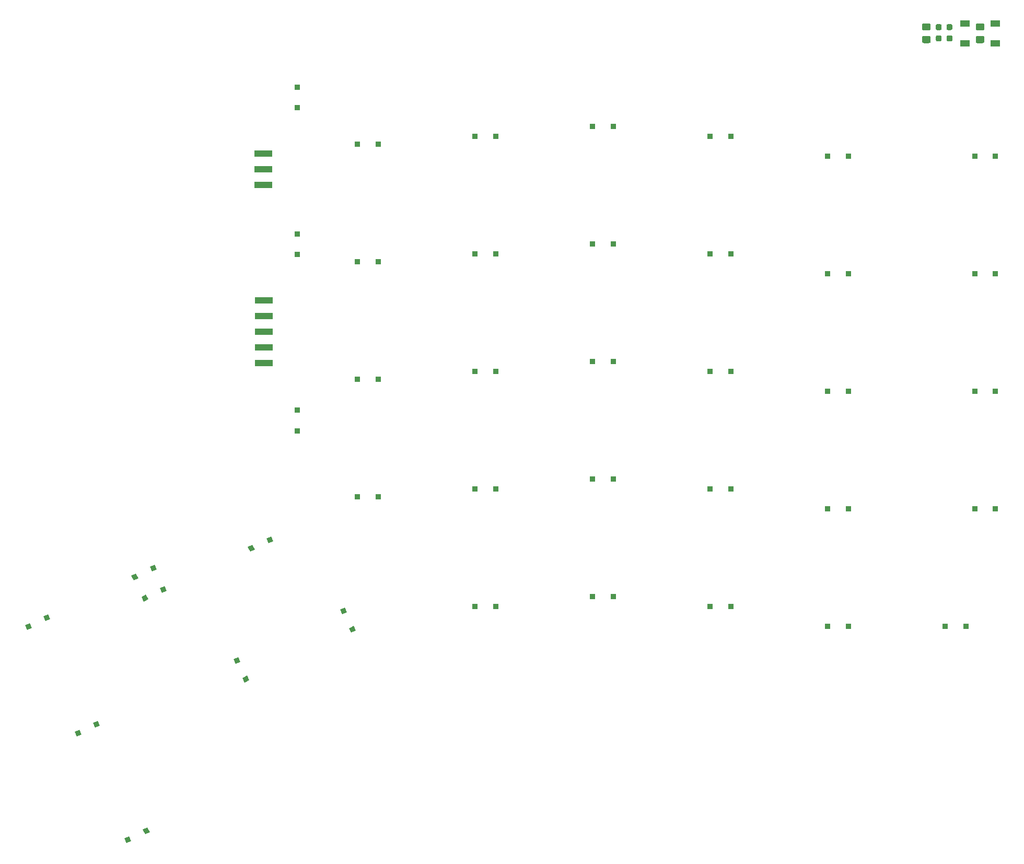
<source format=gbr>
%TF.GenerationSoftware,KiCad,Pcbnew,5.1.9*%
%TF.CreationDate,2021-04-18T19:33:57+02:00*%
%TF.ProjectId,protoMxCog,70726f74-6f4d-4784-936f-672e6b696361,rev?*%
%TF.SameCoordinates,Original*%
%TF.FileFunction,Paste,Bot*%
%TF.FilePolarity,Positive*%
%FSLAX46Y46*%
G04 Gerber Fmt 4.6, Leading zero omitted, Abs format (unit mm)*
G04 Created by KiCad (PCBNEW 5.1.9) date 2021-04-18 19:33:57*
%MOMM*%
%LPD*%
G01*
G04 APERTURE LIST*
%ADD10R,3.000000X1.000000*%
%ADD11R,1.500000X1.000000*%
%ADD12C,0.150000*%
%ADD13R,0.838200X0.838200*%
G04 APERTURE END LIST*
D10*
%TO.C,J2*%
X74611000Y-108190000D03*
X74611000Y-105650000D03*
X74611000Y-103110000D03*
X74611000Y-100570000D03*
X74611000Y-98030000D03*
%TD*%
%TO.C,J1*%
X74470000Y-74250000D03*
X74470000Y-76790000D03*
X74470000Y-79330000D03*
%TD*%
%TO.C,R4*%
G36*
G01*
X185462500Y-55062500D02*
X185937500Y-55062500D01*
G75*
G02*
X186175000Y-55300000I0J-237500D01*
G01*
X186175000Y-55800000D01*
G75*
G02*
X185937500Y-56037500I-237500J0D01*
G01*
X185462500Y-56037500D01*
G75*
G02*
X185225000Y-55800000I0J237500D01*
G01*
X185225000Y-55300000D01*
G75*
G02*
X185462500Y-55062500I237500J0D01*
G01*
G37*
G36*
G01*
X185462500Y-53237500D02*
X185937500Y-53237500D01*
G75*
G02*
X186175000Y-53475000I0J-237500D01*
G01*
X186175000Y-53975000D01*
G75*
G02*
X185937500Y-54212500I-237500J0D01*
G01*
X185462500Y-54212500D01*
G75*
G02*
X185225000Y-53975000I0J237500D01*
G01*
X185225000Y-53475000D01*
G75*
G02*
X185462500Y-53237500I237500J0D01*
G01*
G37*
%TD*%
%TO.C,R3*%
G36*
G01*
X183712500Y-55075000D02*
X184187500Y-55075000D01*
G75*
G02*
X184425000Y-55312500I0J-237500D01*
G01*
X184425000Y-55812500D01*
G75*
G02*
X184187500Y-56050000I-237500J0D01*
G01*
X183712500Y-56050000D01*
G75*
G02*
X183475000Y-55812500I0J237500D01*
G01*
X183475000Y-55312500D01*
G75*
G02*
X183712500Y-55075000I237500J0D01*
G01*
G37*
G36*
G01*
X183712500Y-53250000D02*
X184187500Y-53250000D01*
G75*
G02*
X184425000Y-53487500I0J-237500D01*
G01*
X184425000Y-53987500D01*
G75*
G02*
X184187500Y-54225000I-237500J0D01*
G01*
X183712500Y-54225000D01*
G75*
G02*
X183475000Y-53987500I0J237500D01*
G01*
X183475000Y-53487500D01*
G75*
G02*
X183712500Y-53250000I237500J0D01*
G01*
G37*
%TD*%
%TO.C,D6*%
G36*
G01*
X190199999Y-55175000D02*
X191100001Y-55175000D01*
G75*
G02*
X191350000Y-55424999I0J-249999D01*
G01*
X191350000Y-56075001D01*
G75*
G02*
X191100001Y-56325000I-249999J0D01*
G01*
X190199999Y-56325000D01*
G75*
G02*
X189950000Y-56075001I0J249999D01*
G01*
X189950000Y-55424999D01*
G75*
G02*
X190199999Y-55175000I249999J0D01*
G01*
G37*
G36*
G01*
X190199999Y-53125000D02*
X191100001Y-53125000D01*
G75*
G02*
X191350000Y-53374999I0J-249999D01*
G01*
X191350000Y-54025001D01*
G75*
G02*
X191100001Y-54275000I-249999J0D01*
G01*
X190199999Y-54275000D01*
G75*
G02*
X189950000Y-54025001I0J249999D01*
G01*
X189950000Y-53374999D01*
G75*
G02*
X190199999Y-53125000I249999J0D01*
G01*
G37*
%TD*%
D11*
%TO.C,D4*%
X193100000Y-53150000D03*
X193100000Y-56350000D03*
X188200000Y-53150000D03*
X188200000Y-56350000D03*
%TD*%
%TO.C,D3*%
G36*
G01*
X181499999Y-55175000D02*
X182400001Y-55175000D01*
G75*
G02*
X182650000Y-55424999I0J-249999D01*
G01*
X182650000Y-56075001D01*
G75*
G02*
X182400001Y-56325000I-249999J0D01*
G01*
X181499999Y-56325000D01*
G75*
G02*
X181250000Y-56075001I0J249999D01*
G01*
X181250000Y-55424999D01*
G75*
G02*
X181499999Y-55175000I249999J0D01*
G01*
G37*
G36*
G01*
X181499999Y-53125000D02*
X182400001Y-53125000D01*
G75*
G02*
X182650000Y-53374999I0J-249999D01*
G01*
X182650000Y-54025001D01*
G75*
G02*
X182400001Y-54275000I-249999J0D01*
G01*
X181499999Y-54275000D01*
G75*
G02*
X181250000Y-54025001I0J249999D01*
G01*
X181250000Y-53374999D01*
G75*
G02*
X181499999Y-53125000I249999J0D01*
G01*
G37*
%TD*%
D12*
%TO.C,SW0:11*%
G36*
X72204608Y-159607467D02*
G01*
X71444941Y-159961706D01*
X71090702Y-159202039D01*
X71850369Y-158847800D01*
X72204608Y-159607467D01*
G37*
G36*
X70798388Y-156591819D02*
G01*
X70038721Y-156946058D01*
X69684482Y-156186391D01*
X70444149Y-155832152D01*
X70798388Y-156591819D01*
G37*
%TD*%
%TO.C,SW0:10*%
G36*
X89468988Y-151555667D02*
G01*
X88709321Y-151909906D01*
X88355082Y-151150239D01*
X89114749Y-150796000D01*
X89468988Y-151555667D01*
G37*
G36*
X88062768Y-148540019D02*
G01*
X87303101Y-148894258D01*
X86948862Y-148134591D01*
X87708529Y-147780352D01*
X88062768Y-148540019D01*
G37*
%TD*%
D13*
%TO.C,SW5:13*%
X189788800Y-74625200D03*
X193116200Y-74625200D03*
%TD*%
%TO.C,SW5:12*%
X165976300Y-74625200D03*
X169303700Y-74625200D03*
%TD*%
%TO.C,SW5:11*%
X146926300Y-71447660D03*
X150253700Y-71447660D03*
%TD*%
%TO.C,SW5:10*%
X127876300Y-69850000D03*
X131203700Y-69850000D03*
%TD*%
%TO.C,SW5:9*%
X108826300Y-71447660D03*
X112153700Y-71447660D03*
%TD*%
%TO.C,SW5:8*%
X89776300Y-72720200D03*
X93103700Y-72720200D03*
%TD*%
%TO.C,SW5:7*%
X80010000Y-66763900D03*
X80010000Y-63436500D03*
%TD*%
%TO.C,SW4:13*%
X189788800Y-93672660D03*
X193116200Y-93672660D03*
%TD*%
%TO.C,SW4:12*%
X165976300Y-93672660D03*
X169303700Y-93672660D03*
%TD*%
%TO.C,SW4:11*%
X146926300Y-90497660D03*
X150253700Y-90497660D03*
%TD*%
%TO.C,SW4:10*%
X127876300Y-88900000D03*
X131203700Y-88900000D03*
%TD*%
%TO.C,SW4:9*%
X108826300Y-90497660D03*
X112153700Y-90497660D03*
%TD*%
%TO.C,SW4:8*%
X89776300Y-91767660D03*
X93103700Y-91767660D03*
%TD*%
%TO.C,SW4:7*%
X80010000Y-90573860D03*
X80010000Y-87246460D03*
%TD*%
%TO.C,SW3:13*%
X189788800Y-112722660D03*
X193116200Y-112722660D03*
%TD*%
%TO.C,SW3:12*%
X165976300Y-112722660D03*
X169303700Y-112722660D03*
%TD*%
%TO.C,SW3:11*%
X146926300Y-109547660D03*
X150253700Y-109547660D03*
%TD*%
%TO.C,SW3:10*%
X127876300Y-107950000D03*
X131203700Y-107950000D03*
%TD*%
%TO.C,SW3:9*%
X108826300Y-109547660D03*
X112153700Y-109547660D03*
%TD*%
%TO.C,SW3:8*%
X89776300Y-110817660D03*
X93103700Y-110817660D03*
%TD*%
%TO.C,SW2:13*%
X189788800Y-131772660D03*
X193116200Y-131772660D03*
%TD*%
%TO.C,SW2:12*%
X165976300Y-131772660D03*
X169303700Y-131772660D03*
%TD*%
%TO.C,SW2:11*%
X146926300Y-128597660D03*
X150253700Y-128597660D03*
%TD*%
%TO.C,SW2:10*%
X127876300Y-127000000D03*
X131203700Y-127000000D03*
%TD*%
%TO.C,SW2:9*%
X108826300Y-128597660D03*
X112153700Y-128597660D03*
%TD*%
%TO.C,SW2:8*%
X89776300Y-129867660D03*
X93103700Y-129867660D03*
%TD*%
%TO.C,SW2:7*%
X80010000Y-119148860D03*
X80010000Y-115821460D03*
%TD*%
%TO.C,SW1:13*%
X185026300Y-150822660D03*
X188353700Y-150822660D03*
%TD*%
%TO.C,SW1:12*%
X165976300Y-150822660D03*
X169303700Y-150822660D03*
%TD*%
%TO.C,SW1:11*%
X146926300Y-147647660D03*
X150253700Y-147647660D03*
%TD*%
%TO.C,SW1:10*%
X127876300Y-146050000D03*
X131203700Y-146050000D03*
%TD*%
%TO.C,SW1:9*%
X108826300Y-147647660D03*
X112153700Y-147647660D03*
%TD*%
D12*
%TO.C,SW0:12*%
G36*
X52309813Y-185966128D02*
G01*
X51955574Y-185206461D01*
X52715241Y-184852222D01*
X53069480Y-185611889D01*
X52309813Y-185966128D01*
G37*
G36*
X55325461Y-184559908D02*
G01*
X54971222Y-183800241D01*
X55730889Y-183446002D01*
X56085128Y-184205669D01*
X55325461Y-184559908D01*
G37*
%TD*%
%TO.C,SW0:9*%
G36*
X44258013Y-168699208D02*
G01*
X43903774Y-167939541D01*
X44663441Y-167585302D01*
X45017680Y-168344969D01*
X44258013Y-168699208D01*
G37*
G36*
X47273661Y-167292988D02*
G01*
X46919422Y-166533321D01*
X47679089Y-166179082D01*
X48033328Y-166938749D01*
X47273661Y-167292988D01*
G37*
%TD*%
%TO.C,SW0:8*%
G36*
X53473133Y-143385568D02*
G01*
X53118894Y-142625901D01*
X53878561Y-142271662D01*
X54232800Y-143031329D01*
X53473133Y-143385568D01*
G37*
G36*
X56488781Y-141979348D02*
G01*
X56134542Y-141219681D01*
X56894209Y-140865442D01*
X57248448Y-141625109D01*
X56488781Y-141979348D01*
G37*
%TD*%
%TO.C,SW0:7*%
G36*
X36208753Y-151434828D02*
G01*
X35854514Y-150675161D01*
X36614181Y-150320922D01*
X36968420Y-151080589D01*
X36208753Y-151434828D01*
G37*
G36*
X39224401Y-150028608D02*
G01*
X38870162Y-149268941D01*
X39629829Y-148914702D01*
X39984068Y-149674369D01*
X39224401Y-150028608D01*
G37*
%TD*%
%TO.C,D1:8*%
G36*
X75363890Y-137379603D02*
G01*
X75009651Y-136619936D01*
X75769318Y-136265697D01*
X76123557Y-137025364D01*
X75363890Y-137379603D01*
G37*
G36*
X72348242Y-138785823D02*
G01*
X71994003Y-138026156D01*
X72753670Y-137671917D01*
X73107909Y-138431584D01*
X72348242Y-138785823D01*
G37*
%TD*%
%TO.C,D1:7*%
G36*
X58099510Y-145431403D02*
G01*
X57745271Y-144671736D01*
X58504938Y-144317497D01*
X58859177Y-145077164D01*
X58099510Y-145431403D01*
G37*
G36*
X55083862Y-146837623D02*
G01*
X54729623Y-146077956D01*
X55489290Y-145723717D01*
X55843529Y-146483384D01*
X55083862Y-146837623D01*
G37*
%TD*%
M02*

</source>
